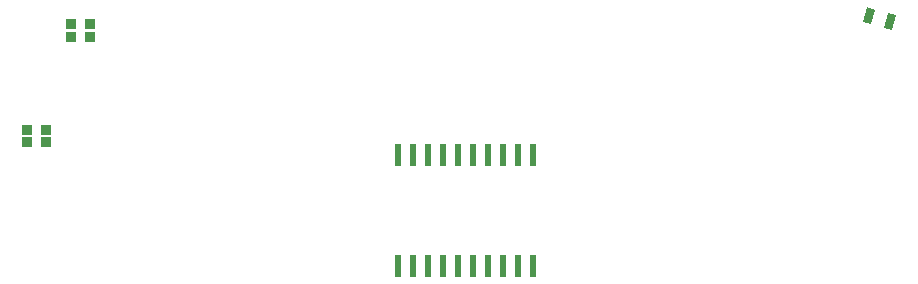
<source format=gtp>
G04 #@! TF.GenerationSoftware,KiCad,Pcbnew,5.0.0-fee4fd1~66~ubuntu18.04.1*
G04 #@! TF.CreationDate,2018-09-07T22:29:42-07:00*
G04 #@! TF.ProjectId,trevor2,747265766F72322E6B696361645F7063,rev?*
G04 #@! TF.SameCoordinates,Original*
G04 #@! TF.FileFunction,Paste,Top*
G04 #@! TF.FilePolarity,Positive*
%FSLAX46Y46*%
G04 Gerber Fmt 4.6, Leading zero omitted, Abs format (unit mm)*
G04 Created by KiCad (PCBNEW 5.0.0-fee4fd1~66~ubuntu18.04.1) date Fri Sep  7 22:29:42 2018*
%MOMM*%
%LPD*%
G01*
G04 APERTURE LIST*
%ADD10R,0.900000X0.850000*%
%ADD11C,0.700000*%
%ADD12C,0.100000*%
%ADD13R,0.600000X1.950000*%
G04 APERTURE END LIST*
D10*
G04 #@! TO.C,D1*
X122450000Y-91450000D03*
X124050000Y-90400000D03*
X122450000Y-90400000D03*
X124050000Y-91450000D03*
G04 #@! TD*
G04 #@! TO.C,D2*
X126200000Y-82525000D03*
X127800000Y-81475000D03*
X126200000Y-81475000D03*
X127800000Y-82525000D03*
G04 #@! TD*
D11*
G04 #@! TO.C,TH1*
X193682370Y-80754122D03*
D12*
G36*
X193176064Y-81291387D02*
X193512528Y-80035684D01*
X194188676Y-80216857D01*
X193852212Y-81472560D01*
X193176064Y-81291387D01*
X193176064Y-81291387D01*
G37*
D11*
X195517630Y-81245878D03*
D12*
G36*
X195011324Y-81783143D02*
X195347788Y-80527440D01*
X196023936Y-80708613D01*
X195687472Y-81964316D01*
X195011324Y-81783143D01*
X195011324Y-81783143D01*
G37*
G04 #@! TD*
D13*
G04 #@! TO.C,U1*
X153885000Y-101900000D03*
X155155000Y-101900000D03*
X156425000Y-101900000D03*
X157695000Y-101900000D03*
X158965000Y-101900000D03*
X160235000Y-101900000D03*
X161505000Y-101900000D03*
X162775000Y-101900000D03*
X164045000Y-101900000D03*
X165315000Y-101900000D03*
X165315000Y-92500000D03*
X164045000Y-92500000D03*
X162775000Y-92500000D03*
X161505000Y-92500000D03*
X160235000Y-92500000D03*
X158965000Y-92500000D03*
X157695000Y-92500000D03*
X156425000Y-92500000D03*
X155155000Y-92500000D03*
X153885000Y-92500000D03*
G04 #@! TD*
M02*

</source>
